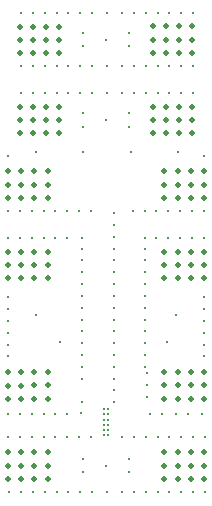
<source format=gbr>
G75*
%IPPOS*%
%FSLAX44Y44*%
%MOIN*%
%ADD10C,0.00100*%
%ADD11C,0.00200*%
%ADD12C,0.00400*%
%ADD13C,0.00800*%
%ADD14C,0.01500*%
%ADD15C,0.02500*%
%ADD16C,0.04000*%
%ADD17C,0.15000*%
%ADD18C,0.50000*%
%ADD19C,0.30000*%
%ADD20C,16.16080*%
%ADD21C,0.01181*%
%ADD22C,0.01969*%
%LNGB-PTH*%
%LPD*%
G54D21*
X3416Y2654D03*
X3573Y2841D03*
Y2654D03*
Y2466D03*
X3416Y2841D03*
Y2466D03*
X3573Y2309D03*
X3416D03*
X3573Y2998D03*
Y2151D03*
X3416D03*
Y2998D03*
G54D22*
X6759Y7815D03*
X6320Y7815D03*
X5880D03*
X5440Y7815D03*
X6759Y8258D03*
X6319Y8258D03*
X5880D03*
X5440Y8258D03*
X6759Y7372D03*
X6320Y7372D03*
X5880D03*
X5440Y7372D03*
X6759Y10486D03*
X6320Y10486D03*
X5880D03*
X5440Y10486D03*
X6759Y10043D03*
X6319D03*
X5880Y10043D03*
X5440D03*
X6759Y10929D03*
X6320Y10929D03*
X5880D03*
X5440Y10929D03*
X230Y3791D03*
X669D03*
X1109Y3792D03*
X1549D03*
X230Y3348D03*
X669Y3349D03*
X1109D03*
X1549Y3349D03*
X230Y4234D03*
X669D03*
X1109Y4234D03*
X1548D03*
X230Y1121D03*
X669D03*
X1109Y1121D03*
X1549D03*
X230Y1564D03*
X669D03*
X1109Y1563D03*
X1549D03*
X230Y678D03*
X669D03*
X1109Y678D03*
X1548D03*
X6759Y1122D03*
X6320D03*
X5880Y1122D03*
X5440D03*
X6759Y1565D03*
X6319D03*
X5880Y1565D03*
X5440D03*
X6759Y679D03*
X6320D03*
X5880Y679D03*
X5440D03*
X6759Y3793D03*
X6320Y3793D03*
X5880D03*
X5440Y3793D03*
X6759Y3350D03*
X6319Y3350D03*
X5880D03*
X5440Y3350D03*
X6759Y4236D03*
X6320D03*
X5880Y4236D03*
X5440D03*
G54D21*
X236Y2849D03*
X630D03*
X1024D03*
X1417D03*
X6790Y2064D03*
X5609D03*
X6003D03*
X6397D03*
X4428D03*
X4822D03*
X5215D03*
X4034D03*
X1811Y2849D03*
X2205D03*
X236Y2064D03*
X630D03*
X1024D03*
X1417D03*
X1811D03*
X2205D03*
X2598D03*
X4978Y2849D03*
X6752Y9602D03*
X5571D03*
X5965D03*
X6359D03*
X4784D03*
X5178D03*
X6752Y8698D03*
X5571D03*
X5965D03*
X6359D03*
X4800D03*
X5178D03*
X4390Y9602D03*
X6752Y6730D03*
Y6336D03*
Y5942D03*
Y5548D03*
Y5155D03*
Y4761D03*
X236Y6730D03*
Y6336D03*
Y5942D03*
Y5548D03*
Y5155D03*
Y4761D03*
X3751Y4022D03*
Y3629D03*
Y3235D03*
X5845Y2849D03*
X5373D03*
X4852Y4211D03*
Y3817D03*
Y3424D03*
X5894Y11565D03*
X1170D03*
X2745D03*
X6713Y2849D03*
X6241D03*
G54D22*
X623Y15315D03*
X1063D03*
X1503Y15315D03*
X1942D03*
X623Y14872D03*
X1063D03*
X1503Y14872D03*
X1942D03*
X623Y15758D03*
X1063D03*
X1503Y15758D03*
X1942D03*
X623Y12644D03*
X1063D03*
X1503Y12644D03*
X1942D03*
X623Y13087D03*
X1063Y13087D03*
X1503D03*
X1942Y13087D03*
X623Y12201D03*
X1063D03*
X1503Y12201D03*
X1942D03*
X6366Y12646D03*
X5926D03*
X5487Y12646D03*
X5047D03*
X6366Y13089D03*
X5926D03*
X5487Y13089D03*
X5047D03*
X6366Y12203D03*
X5926D03*
X5487Y12203D03*
X5047D03*
X6366Y15317D03*
X5926D03*
X5487Y15317D03*
X5047D03*
X6366Y14874D03*
X5926D03*
X5487D03*
X5047Y14874D03*
X6366Y15759D03*
X5926D03*
X5487Y15760D03*
X5047D03*
G54D21*
X668Y14432D03*
Y13529D03*
X1061D03*
X1455D03*
X1849D03*
X4035D03*
X4429D03*
X4822D03*
X5216D03*
X5610D03*
X6003D03*
X6397D03*
X2243D03*
X2636D03*
X3030D03*
X1061Y14432D03*
X1455D03*
X1849D03*
X4035D03*
X4429D03*
X4822D03*
X5216D03*
X5610D03*
X6003D03*
X6397D03*
X2243D03*
X2636D03*
X3030D03*
X668Y16199D03*
X1061D03*
X1455D03*
X1849D03*
X4035D03*
X4429D03*
X4822D03*
X5216D03*
X5610D03*
X6003D03*
X6397D03*
X2243D03*
X2636D03*
X3030D03*
X3532D03*
X3495Y15316D03*
X4271Y15538D03*
X2718Y15537D03*
Y15094D03*
X4271Y15095D03*
X3532Y14432D03*
Y13529D03*
X3494Y12645D03*
X4271Y12867D03*
X2718Y12866D03*
Y12423D03*
X4271Y12424D03*
X274Y236D03*
X668D03*
X1061D03*
X1455D03*
X4429D03*
X4822D03*
X5216D03*
X5610D03*
X6003D03*
X6397D03*
X6791D03*
X1849D03*
X2243D03*
X2636D03*
X3030D03*
X3532D03*
X4035D03*
X2655Y2882D03*
X2992Y2064D03*
X3495Y1120D03*
X4271Y898D03*
X2718Y899D03*
Y1342D03*
X4271Y1341D03*
X236Y11454D03*
X3751Y4810D03*
Y4416D03*
Y5597D03*
Y5204D03*
Y6385D03*
Y5991D03*
Y7172D03*
Y6778D03*
Y7959D03*
Y7566D03*
Y8747D03*
Y8353D03*
Y9534D03*
Y9141D03*
X6753Y11454D03*
X1170Y6157D03*
X1957Y5256D03*
X5819Y6157D03*
X4319Y11565D03*
X4800Y4810D03*
Y4416D03*
Y5597D03*
Y5204D03*
Y6385D03*
Y5991D03*
Y7172D03*
Y6778D03*
Y7959D03*
Y7566D03*
Y8353D03*
G54D22*
X230Y10486D03*
X669Y10486D03*
X1109D03*
X1548Y10486D03*
X230Y10043D03*
X669D03*
X1109Y10043D03*
X1549D03*
X230Y10929D03*
X669Y10929D03*
X1109D03*
X1548Y10929D03*
G54D21*
X236Y9602D03*
X1417D03*
X1024D03*
X630D03*
X2205D03*
X1811D03*
X2598D03*
X2992D03*
G54D22*
X230Y7815D03*
X669Y7815D03*
X1109D03*
X1548Y7815D03*
X230Y8258D03*
X669Y8258D03*
X1109D03*
X1549Y8258D03*
X230Y7372D03*
X669Y7372D03*
X1109D03*
X1548Y7372D03*
G54D21*
X236Y8698D03*
X1417D03*
X1024D03*
X630D03*
X1811D03*
X2205D03*
X2711D03*
Y6385D03*
Y7172D03*
Y6778D03*
Y7959D03*
Y7566D03*
Y8353D03*
X5545Y5256D03*
X2711Y5991D03*
Y5597D03*
Y5204D03*
Y4810D03*
Y4416D03*
Y4022D03*
Y3235D03*
M02*


</source>
